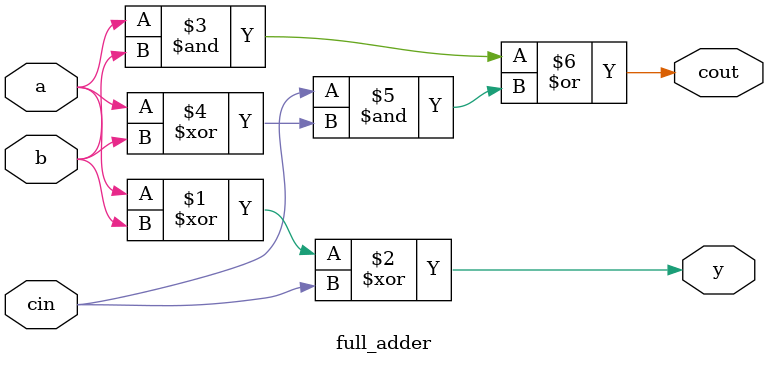
<source format=v>
/*
full_adder.v

This is a simple full adder.

Authors: Nathaniel and Bayleigh
*/
module full_adder
(
    input  a, b, cin,
    output y, cout
);
    assign y    = a ^ b ^ cin;
    assign cout = (a & b) | (cin & (a ^ b));
endmodule
</source>
